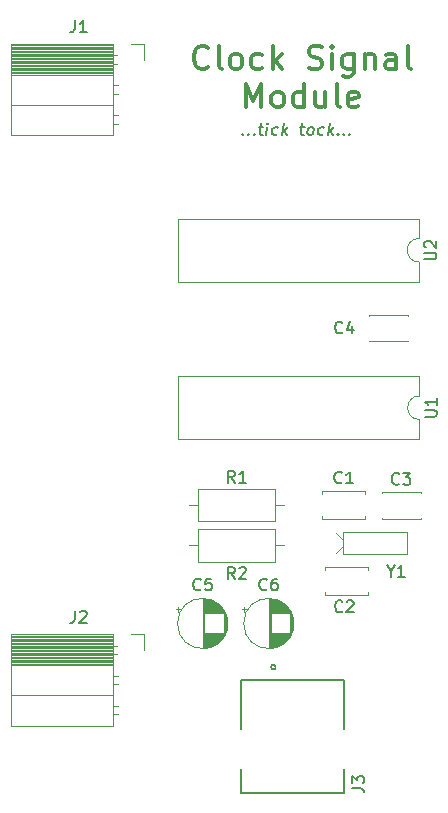
<source format=gto>
G04 #@! TF.GenerationSoftware,KiCad,Pcbnew,6.0.1-79c1e3a40b~116~ubuntu21.04.1*
G04 #@! TF.CreationDate,2022-02-15T17:09:17-05:00*
G04 #@! TF.ProjectId,signal_generator,7369676e-616c-45f6-9765-6e657261746f,rev?*
G04 #@! TF.SameCoordinates,Original*
G04 #@! TF.FileFunction,Legend,Top*
G04 #@! TF.FilePolarity,Positive*
%FSLAX46Y46*%
G04 Gerber Fmt 4.6, Leading zero omitted, Abs format (unit mm)*
G04 Created by KiCad (PCBNEW 6.0.1-79c1e3a40b~116~ubuntu21.04.1) date 2022-02-15 17:09:17*
%MOMM*%
%LPD*%
G01*
G04 APERTURE LIST*
%ADD10C,0.150000*%
%ADD11C,0.300000*%
%ADD12C,0.120000*%
%ADD13C,0.127000*%
%ADD14C,0.200000*%
%ADD15C,1.600000*%
%ADD16R,1.700000X1.700000*%
%ADD17O,1.700000X1.700000*%
%ADD18C,1.208000*%
%ADD19O,1.700000X2.900000*%
%ADD20O,1.700000X2.980000*%
%ADD21O,1.600000X1.600000*%
%ADD22R,1.600000X1.600000*%
%ADD23C,1.000000*%
%ADD24R,1.200000X1.200000*%
%ADD25C,1.200000*%
G04 APERTURE END LIST*
D10*
X97017232Y-78757142D02*
X97058898Y-78804761D01*
X97005327Y-78852380D01*
X96963660Y-78804761D01*
X97017232Y-78757142D01*
X97005327Y-78852380D01*
X97493422Y-78757142D02*
X97535089Y-78804761D01*
X97481517Y-78852380D01*
X97439851Y-78804761D01*
X97493422Y-78757142D01*
X97481517Y-78852380D01*
X97969613Y-78757142D02*
X98011279Y-78804761D01*
X97957708Y-78852380D01*
X97916041Y-78804761D01*
X97969613Y-78757142D01*
X97957708Y-78852380D01*
X98374375Y-78185714D02*
X98755327Y-78185714D01*
X98558898Y-77852380D02*
X98451755Y-78709523D01*
X98487470Y-78804761D01*
X98576755Y-78852380D01*
X98671994Y-78852380D01*
X99005327Y-78852380D02*
X99088660Y-78185714D01*
X99130327Y-77852380D02*
X99076755Y-77900000D01*
X99118422Y-77947619D01*
X99171994Y-77900000D01*
X99130327Y-77852380D01*
X99118422Y-77947619D01*
X99916041Y-78804761D02*
X99814851Y-78852380D01*
X99624375Y-78852380D01*
X99535089Y-78804761D01*
X99493422Y-78757142D01*
X99457708Y-78661904D01*
X99493422Y-78376190D01*
X99552946Y-78280952D01*
X99606517Y-78233333D01*
X99707708Y-78185714D01*
X99898184Y-78185714D01*
X99987470Y-78233333D01*
X100338660Y-78852380D02*
X100463660Y-77852380D01*
X100481517Y-78471428D02*
X100719613Y-78852380D01*
X100802946Y-78185714D02*
X100374375Y-78566666D01*
X101850565Y-78185714D02*
X102231517Y-78185714D01*
X102035089Y-77852380D02*
X101927946Y-78709523D01*
X101963660Y-78804761D01*
X102052946Y-78852380D01*
X102148184Y-78852380D01*
X102624375Y-78852380D02*
X102535089Y-78804761D01*
X102493422Y-78757142D01*
X102457708Y-78661904D01*
X102493422Y-78376190D01*
X102552946Y-78280952D01*
X102606517Y-78233333D01*
X102707708Y-78185714D01*
X102850565Y-78185714D01*
X102939851Y-78233333D01*
X102981517Y-78280952D01*
X103017232Y-78376190D01*
X102981517Y-78661904D01*
X102921994Y-78757142D01*
X102868422Y-78804761D01*
X102767232Y-78852380D01*
X102624375Y-78852380D01*
X103820803Y-78804761D02*
X103719613Y-78852380D01*
X103529136Y-78852380D01*
X103439851Y-78804761D01*
X103398184Y-78757142D01*
X103362470Y-78661904D01*
X103398184Y-78376190D01*
X103457708Y-78280952D01*
X103511279Y-78233333D01*
X103612470Y-78185714D01*
X103802946Y-78185714D01*
X103892232Y-78233333D01*
X104243422Y-78852380D02*
X104368422Y-77852380D01*
X104386279Y-78471428D02*
X104624375Y-78852380D01*
X104707708Y-78185714D02*
X104279136Y-78566666D01*
X105064851Y-78757142D02*
X105106517Y-78804761D01*
X105052946Y-78852380D01*
X105011279Y-78804761D01*
X105064851Y-78757142D01*
X105052946Y-78852380D01*
X105541041Y-78757142D02*
X105582708Y-78804761D01*
X105529136Y-78852380D01*
X105487470Y-78804761D01*
X105541041Y-78757142D01*
X105529136Y-78852380D01*
X106017232Y-78757142D02*
X106058898Y-78804761D01*
X106005327Y-78852380D01*
X105963660Y-78804761D01*
X106017232Y-78757142D01*
X106005327Y-78852380D01*
D11*
X94095238Y-73104285D02*
X94000000Y-73199523D01*
X93714285Y-73294761D01*
X93523809Y-73294761D01*
X93238095Y-73199523D01*
X93047619Y-73009047D01*
X92952380Y-72818571D01*
X92857142Y-72437619D01*
X92857142Y-72151904D01*
X92952380Y-71770952D01*
X93047619Y-71580476D01*
X93238095Y-71390000D01*
X93523809Y-71294761D01*
X93714285Y-71294761D01*
X94000000Y-71390000D01*
X94095238Y-71485238D01*
X95238095Y-73294761D02*
X95047619Y-73199523D01*
X94952380Y-73009047D01*
X94952380Y-71294761D01*
X96285714Y-73294761D02*
X96095238Y-73199523D01*
X96000000Y-73104285D01*
X95904761Y-72913809D01*
X95904761Y-72342380D01*
X96000000Y-72151904D01*
X96095238Y-72056666D01*
X96285714Y-71961428D01*
X96571428Y-71961428D01*
X96761904Y-72056666D01*
X96857142Y-72151904D01*
X96952380Y-72342380D01*
X96952380Y-72913809D01*
X96857142Y-73104285D01*
X96761904Y-73199523D01*
X96571428Y-73294761D01*
X96285714Y-73294761D01*
X98666666Y-73199523D02*
X98476190Y-73294761D01*
X98095238Y-73294761D01*
X97904761Y-73199523D01*
X97809523Y-73104285D01*
X97714285Y-72913809D01*
X97714285Y-72342380D01*
X97809523Y-72151904D01*
X97904761Y-72056666D01*
X98095238Y-71961428D01*
X98476190Y-71961428D01*
X98666666Y-72056666D01*
X99523809Y-73294761D02*
X99523809Y-71294761D01*
X99714285Y-72532857D02*
X100285714Y-73294761D01*
X100285714Y-71961428D02*
X99523809Y-72723333D01*
X102571428Y-73199523D02*
X102857142Y-73294761D01*
X103333333Y-73294761D01*
X103523809Y-73199523D01*
X103619047Y-73104285D01*
X103714285Y-72913809D01*
X103714285Y-72723333D01*
X103619047Y-72532857D01*
X103523809Y-72437619D01*
X103333333Y-72342380D01*
X102952380Y-72247142D01*
X102761904Y-72151904D01*
X102666666Y-72056666D01*
X102571428Y-71866190D01*
X102571428Y-71675714D01*
X102666666Y-71485238D01*
X102761904Y-71390000D01*
X102952380Y-71294761D01*
X103428571Y-71294761D01*
X103714285Y-71390000D01*
X104571428Y-73294761D02*
X104571428Y-71961428D01*
X104571428Y-71294761D02*
X104476190Y-71390000D01*
X104571428Y-71485238D01*
X104666666Y-71390000D01*
X104571428Y-71294761D01*
X104571428Y-71485238D01*
X106380952Y-71961428D02*
X106380952Y-73580476D01*
X106285714Y-73770952D01*
X106190476Y-73866190D01*
X106000000Y-73961428D01*
X105714285Y-73961428D01*
X105523809Y-73866190D01*
X106380952Y-73199523D02*
X106190476Y-73294761D01*
X105809523Y-73294761D01*
X105619047Y-73199523D01*
X105523809Y-73104285D01*
X105428571Y-72913809D01*
X105428571Y-72342380D01*
X105523809Y-72151904D01*
X105619047Y-72056666D01*
X105809523Y-71961428D01*
X106190476Y-71961428D01*
X106380952Y-72056666D01*
X107333333Y-71961428D02*
X107333333Y-73294761D01*
X107333333Y-72151904D02*
X107428571Y-72056666D01*
X107619047Y-71961428D01*
X107904761Y-71961428D01*
X108095238Y-72056666D01*
X108190476Y-72247142D01*
X108190476Y-73294761D01*
X110000000Y-73294761D02*
X110000000Y-72247142D01*
X109904761Y-72056666D01*
X109714285Y-71961428D01*
X109333333Y-71961428D01*
X109142857Y-72056666D01*
X110000000Y-73199523D02*
X109809523Y-73294761D01*
X109333333Y-73294761D01*
X109142857Y-73199523D01*
X109047619Y-73009047D01*
X109047619Y-72818571D01*
X109142857Y-72628095D01*
X109333333Y-72532857D01*
X109809523Y-72532857D01*
X110000000Y-72437619D01*
X111238095Y-73294761D02*
X111047619Y-73199523D01*
X110952380Y-73009047D01*
X110952380Y-71294761D01*
X97238095Y-76514761D02*
X97238095Y-74514761D01*
X97904761Y-75943333D01*
X98571428Y-74514761D01*
X98571428Y-76514761D01*
X99809523Y-76514761D02*
X99619047Y-76419523D01*
X99523809Y-76324285D01*
X99428571Y-76133809D01*
X99428571Y-75562380D01*
X99523809Y-75371904D01*
X99619047Y-75276666D01*
X99809523Y-75181428D01*
X100095238Y-75181428D01*
X100285714Y-75276666D01*
X100380952Y-75371904D01*
X100476190Y-75562380D01*
X100476190Y-76133809D01*
X100380952Y-76324285D01*
X100285714Y-76419523D01*
X100095238Y-76514761D01*
X99809523Y-76514761D01*
X102190476Y-76514761D02*
X102190476Y-74514761D01*
X102190476Y-76419523D02*
X102000000Y-76514761D01*
X101619047Y-76514761D01*
X101428571Y-76419523D01*
X101333333Y-76324285D01*
X101238095Y-76133809D01*
X101238095Y-75562380D01*
X101333333Y-75371904D01*
X101428571Y-75276666D01*
X101619047Y-75181428D01*
X102000000Y-75181428D01*
X102190476Y-75276666D01*
X104000000Y-75181428D02*
X104000000Y-76514761D01*
X103142857Y-75181428D02*
X103142857Y-76229047D01*
X103238095Y-76419523D01*
X103428571Y-76514761D01*
X103714285Y-76514761D01*
X103904761Y-76419523D01*
X104000000Y-76324285D01*
X105238095Y-76514761D02*
X105047619Y-76419523D01*
X104952380Y-76229047D01*
X104952380Y-74514761D01*
X106761904Y-76419523D02*
X106571428Y-76514761D01*
X106190476Y-76514761D01*
X106000000Y-76419523D01*
X105904761Y-76229047D01*
X105904761Y-75467142D01*
X106000000Y-75276666D01*
X106190476Y-75181428D01*
X106571428Y-75181428D01*
X106761904Y-75276666D01*
X106857142Y-75467142D01*
X106857142Y-75657619D01*
X105904761Y-75848095D01*
D10*
X105383333Y-108257142D02*
X105335714Y-108304761D01*
X105192857Y-108352380D01*
X105097619Y-108352380D01*
X104954761Y-108304761D01*
X104859523Y-108209523D01*
X104811904Y-108114285D01*
X104764285Y-107923809D01*
X104764285Y-107780952D01*
X104811904Y-107590476D01*
X104859523Y-107495238D01*
X104954761Y-107400000D01*
X105097619Y-107352380D01*
X105192857Y-107352380D01*
X105335714Y-107400000D01*
X105383333Y-107447619D01*
X106335714Y-108352380D02*
X105764285Y-108352380D01*
X106050000Y-108352380D02*
X106050000Y-107352380D01*
X105954761Y-107495238D01*
X105859523Y-107590476D01*
X105764285Y-107638095D01*
X105433333Y-119157142D02*
X105385714Y-119204761D01*
X105242857Y-119252380D01*
X105147619Y-119252380D01*
X105004761Y-119204761D01*
X104909523Y-119109523D01*
X104861904Y-119014285D01*
X104814285Y-118823809D01*
X104814285Y-118680952D01*
X104861904Y-118490476D01*
X104909523Y-118395238D01*
X105004761Y-118300000D01*
X105147619Y-118252380D01*
X105242857Y-118252380D01*
X105385714Y-118300000D01*
X105433333Y-118347619D01*
X105814285Y-118347619D02*
X105861904Y-118300000D01*
X105957142Y-118252380D01*
X106195238Y-118252380D01*
X106290476Y-118300000D01*
X106338095Y-118347619D01*
X106385714Y-118442857D01*
X106385714Y-118538095D01*
X106338095Y-118680952D01*
X105766666Y-119252380D01*
X106385714Y-119252380D01*
X110233333Y-108357142D02*
X110185714Y-108404761D01*
X110042857Y-108452380D01*
X109947619Y-108452380D01*
X109804761Y-108404761D01*
X109709523Y-108309523D01*
X109661904Y-108214285D01*
X109614285Y-108023809D01*
X109614285Y-107880952D01*
X109661904Y-107690476D01*
X109709523Y-107595238D01*
X109804761Y-107500000D01*
X109947619Y-107452380D01*
X110042857Y-107452380D01*
X110185714Y-107500000D01*
X110233333Y-107547619D01*
X110566666Y-107452380D02*
X111185714Y-107452380D01*
X110852380Y-107833333D01*
X110995238Y-107833333D01*
X111090476Y-107880952D01*
X111138095Y-107928571D01*
X111185714Y-108023809D01*
X111185714Y-108261904D01*
X111138095Y-108357142D01*
X111090476Y-108404761D01*
X110995238Y-108452380D01*
X110709523Y-108452380D01*
X110614285Y-108404761D01*
X110566666Y-108357142D01*
X105433333Y-95557142D02*
X105385714Y-95604761D01*
X105242857Y-95652380D01*
X105147619Y-95652380D01*
X105004761Y-95604761D01*
X104909523Y-95509523D01*
X104861904Y-95414285D01*
X104814285Y-95223809D01*
X104814285Y-95080952D01*
X104861904Y-94890476D01*
X104909523Y-94795238D01*
X105004761Y-94700000D01*
X105147619Y-94652380D01*
X105242857Y-94652380D01*
X105385714Y-94700000D01*
X105433333Y-94747619D01*
X106290476Y-94985714D02*
X106290476Y-95652380D01*
X106052380Y-94604761D02*
X105814285Y-95319047D01*
X106433333Y-95319047D01*
X82786666Y-69142380D02*
X82786666Y-69856666D01*
X82739047Y-69999523D01*
X82643809Y-70094761D01*
X82500952Y-70142380D01*
X82405714Y-70142380D01*
X83786666Y-70142380D02*
X83215238Y-70142380D01*
X83500952Y-70142380D02*
X83500952Y-69142380D01*
X83405714Y-69285238D01*
X83310476Y-69380476D01*
X83215238Y-69428095D01*
X82786666Y-119142380D02*
X82786666Y-119856666D01*
X82739047Y-119999523D01*
X82643809Y-120094761D01*
X82500952Y-120142380D01*
X82405714Y-120142380D01*
X83215238Y-119237619D02*
X83262857Y-119190000D01*
X83358095Y-119142380D01*
X83596190Y-119142380D01*
X83691428Y-119190000D01*
X83739047Y-119237619D01*
X83786666Y-119332857D01*
X83786666Y-119428095D01*
X83739047Y-119570952D01*
X83167619Y-120142380D01*
X83786666Y-120142380D01*
X106252380Y-134133333D02*
X106966666Y-134133333D01*
X107109523Y-134180952D01*
X107204761Y-134276190D01*
X107252380Y-134419047D01*
X107252380Y-134514285D01*
X106252380Y-133752380D02*
X106252380Y-133133333D01*
X106633333Y-133466666D01*
X106633333Y-133323809D01*
X106680952Y-133228571D01*
X106728571Y-133180952D01*
X106823809Y-133133333D01*
X107061904Y-133133333D01*
X107157142Y-133180952D01*
X107204761Y-133228571D01*
X107252380Y-133323809D01*
X107252380Y-133609523D01*
X107204761Y-133704761D01*
X107157142Y-133752380D01*
X96313333Y-108282380D02*
X95980000Y-107806190D01*
X95741904Y-108282380D02*
X95741904Y-107282380D01*
X96122857Y-107282380D01*
X96218095Y-107330000D01*
X96265714Y-107377619D01*
X96313333Y-107472857D01*
X96313333Y-107615714D01*
X96265714Y-107710952D01*
X96218095Y-107758571D01*
X96122857Y-107806190D01*
X95741904Y-107806190D01*
X97265714Y-108282380D02*
X96694285Y-108282380D01*
X96980000Y-108282380D02*
X96980000Y-107282380D01*
X96884761Y-107425238D01*
X96789523Y-107520476D01*
X96694285Y-107568095D01*
X96313333Y-116422380D02*
X95980000Y-115946190D01*
X95741904Y-116422380D02*
X95741904Y-115422380D01*
X96122857Y-115422380D01*
X96218095Y-115470000D01*
X96265714Y-115517619D01*
X96313333Y-115612857D01*
X96313333Y-115755714D01*
X96265714Y-115850952D01*
X96218095Y-115898571D01*
X96122857Y-115946190D01*
X95741904Y-115946190D01*
X96694285Y-115517619D02*
X96741904Y-115470000D01*
X96837142Y-115422380D01*
X97075238Y-115422380D01*
X97170476Y-115470000D01*
X97218095Y-115517619D01*
X97265714Y-115612857D01*
X97265714Y-115708095D01*
X97218095Y-115850952D01*
X96646666Y-116422380D01*
X97265714Y-116422380D01*
X112412380Y-102701904D02*
X113221904Y-102701904D01*
X113317142Y-102654285D01*
X113364761Y-102606666D01*
X113412380Y-102511428D01*
X113412380Y-102320952D01*
X113364761Y-102225714D01*
X113317142Y-102178095D01*
X113221904Y-102130476D01*
X112412380Y-102130476D01*
X113412380Y-101130476D02*
X113412380Y-101701904D01*
X113412380Y-101416190D02*
X112412380Y-101416190D01*
X112555238Y-101511428D01*
X112650476Y-101606666D01*
X112698095Y-101701904D01*
X112382380Y-89371904D02*
X113191904Y-89371904D01*
X113287142Y-89324285D01*
X113334761Y-89276666D01*
X113382380Y-89181428D01*
X113382380Y-88990952D01*
X113334761Y-88895714D01*
X113287142Y-88848095D01*
X113191904Y-88800476D01*
X112382380Y-88800476D01*
X112477619Y-88371904D02*
X112430000Y-88324285D01*
X112382380Y-88229047D01*
X112382380Y-87990952D01*
X112430000Y-87895714D01*
X112477619Y-87848095D01*
X112572857Y-87800476D01*
X112668095Y-87800476D01*
X112810952Y-87848095D01*
X113382380Y-88419523D01*
X113382380Y-87800476D01*
X109523809Y-115776190D02*
X109523809Y-116252380D01*
X109190476Y-115252380D02*
X109523809Y-115776190D01*
X109857142Y-115252380D01*
X110714285Y-116252380D02*
X110142857Y-116252380D01*
X110428571Y-116252380D02*
X110428571Y-115252380D01*
X110333333Y-115395238D01*
X110238095Y-115490476D01*
X110142857Y-115538095D01*
X93433333Y-117307142D02*
X93385714Y-117354761D01*
X93242857Y-117402380D01*
X93147619Y-117402380D01*
X93004761Y-117354761D01*
X92909523Y-117259523D01*
X92861904Y-117164285D01*
X92814285Y-116973809D01*
X92814285Y-116830952D01*
X92861904Y-116640476D01*
X92909523Y-116545238D01*
X93004761Y-116450000D01*
X93147619Y-116402380D01*
X93242857Y-116402380D01*
X93385714Y-116450000D01*
X93433333Y-116497619D01*
X94338095Y-116402380D02*
X93861904Y-116402380D01*
X93814285Y-116878571D01*
X93861904Y-116830952D01*
X93957142Y-116783333D01*
X94195238Y-116783333D01*
X94290476Y-116830952D01*
X94338095Y-116878571D01*
X94385714Y-116973809D01*
X94385714Y-117211904D01*
X94338095Y-117307142D01*
X94290476Y-117354761D01*
X94195238Y-117402380D01*
X93957142Y-117402380D01*
X93861904Y-117354761D01*
X93814285Y-117307142D01*
X99033333Y-117307142D02*
X98985714Y-117354761D01*
X98842857Y-117402380D01*
X98747619Y-117402380D01*
X98604761Y-117354761D01*
X98509523Y-117259523D01*
X98461904Y-117164285D01*
X98414285Y-116973809D01*
X98414285Y-116830952D01*
X98461904Y-116640476D01*
X98509523Y-116545238D01*
X98604761Y-116450000D01*
X98747619Y-116402380D01*
X98842857Y-116402380D01*
X98985714Y-116450000D01*
X99033333Y-116497619D01*
X99890476Y-116402380D02*
X99700000Y-116402380D01*
X99604761Y-116450000D01*
X99557142Y-116497619D01*
X99461904Y-116640476D01*
X99414285Y-116830952D01*
X99414285Y-117211904D01*
X99461904Y-117307142D01*
X99509523Y-117354761D01*
X99604761Y-117402380D01*
X99795238Y-117402380D01*
X99890476Y-117354761D01*
X99938095Y-117307142D01*
X99985714Y-117211904D01*
X99985714Y-116973809D01*
X99938095Y-116878571D01*
X99890476Y-116830952D01*
X99795238Y-116783333D01*
X99604761Y-116783333D01*
X99509523Y-116830952D01*
X99461904Y-116878571D01*
X99414285Y-116973809D01*
D12*
X107370000Y-109030000D02*
X107370000Y-109275000D01*
X103730000Y-111370000D02*
X107370000Y-111370000D01*
X103730000Y-109030000D02*
X103730000Y-109275000D01*
X107370000Y-111125000D02*
X107370000Y-111370000D01*
X103730000Y-111125000D02*
X103730000Y-111370000D01*
X103730000Y-109030000D02*
X107370000Y-109030000D01*
X107570000Y-115430000D02*
X107570000Y-115675000D01*
X103930000Y-115430000D02*
X107570000Y-115430000D01*
X103930000Y-117525000D02*
X103930000Y-117770000D01*
X107570000Y-117525000D02*
X107570000Y-117770000D01*
X103930000Y-117770000D02*
X107570000Y-117770000D01*
X103930000Y-115430000D02*
X103930000Y-115675000D01*
X108830000Y-109145000D02*
X108830000Y-109080000D01*
X108830000Y-111320000D02*
X108830000Y-111255000D01*
X112070000Y-109145000D02*
X112070000Y-109080000D01*
X112070000Y-111320000D02*
X112070000Y-111255000D01*
X112070000Y-111320000D02*
X108830000Y-111320000D01*
X112070000Y-109080000D02*
X108830000Y-109080000D01*
X110970000Y-96255000D02*
X110970000Y-96320000D01*
X107730000Y-96320000D02*
X110970000Y-96320000D01*
X107730000Y-94080000D02*
X107730000Y-94145000D01*
X110970000Y-94080000D02*
X110970000Y-94145000D01*
X107730000Y-94080000D02*
X110970000Y-94080000D01*
X107730000Y-96255000D02*
X107730000Y-96320000D01*
X77410000Y-71722380D02*
X86040000Y-71722380D01*
X86040000Y-77180000D02*
X86450000Y-77180000D01*
X77410000Y-73493805D02*
X86040000Y-73493805D01*
X86040000Y-72820000D02*
X86390000Y-72820000D01*
X86040000Y-72100000D02*
X86390000Y-72100000D01*
X77410000Y-71958570D02*
X86040000Y-71958570D01*
X77410000Y-72667140D02*
X86040000Y-72667140D01*
X86040000Y-71130000D02*
X86040000Y-78870000D01*
X77410000Y-72785235D02*
X86040000Y-72785235D01*
X77410000Y-72430950D02*
X86040000Y-72430950D01*
X77410000Y-73257615D02*
X86040000Y-73257615D01*
X86040000Y-77900000D02*
X86450000Y-77900000D01*
X87500000Y-71130000D02*
X88610000Y-71130000D01*
X77410000Y-71604285D02*
X86040000Y-71604285D01*
X77410000Y-71840475D02*
X86040000Y-71840475D01*
X77410000Y-78870000D02*
X86040000Y-78870000D01*
X86040000Y-75360000D02*
X86450000Y-75360000D01*
X77410000Y-73611900D02*
X86040000Y-73611900D01*
X77410000Y-73375710D02*
X86040000Y-73375710D01*
X77410000Y-71130000D02*
X77410000Y-78870000D01*
X77410000Y-76270000D02*
X86040000Y-76270000D01*
X77410000Y-72076665D02*
X86040000Y-72076665D01*
X77410000Y-71368095D02*
X86040000Y-71368095D01*
X77410000Y-71130000D02*
X86040000Y-71130000D01*
X77410000Y-71250000D02*
X86040000Y-71250000D01*
X77410000Y-73021425D02*
X86040000Y-73021425D01*
X77410000Y-73730000D02*
X86040000Y-73730000D01*
X77410000Y-71486190D02*
X86040000Y-71486190D01*
X77410000Y-72549045D02*
X86040000Y-72549045D01*
X77410000Y-72312855D02*
X86040000Y-72312855D01*
X77410000Y-73139520D02*
X86040000Y-73139520D01*
X77410000Y-72903330D02*
X86040000Y-72903330D01*
X86040000Y-74640000D02*
X86450000Y-74640000D01*
X77410000Y-72194760D02*
X86040000Y-72194760D01*
X88610000Y-71130000D02*
X88610000Y-72460000D01*
X77410000Y-126270000D02*
X86040000Y-126270000D01*
X77410000Y-122785235D02*
X86040000Y-122785235D01*
X77410000Y-122430950D02*
X86040000Y-122430950D01*
X77410000Y-122194760D02*
X86040000Y-122194760D01*
X77410000Y-121958570D02*
X86040000Y-121958570D01*
X87500000Y-121130000D02*
X88610000Y-121130000D01*
X86040000Y-127900000D02*
X86450000Y-127900000D01*
X77410000Y-122667140D02*
X86040000Y-122667140D01*
X77410000Y-121486190D02*
X86040000Y-121486190D01*
X77410000Y-123493805D02*
X86040000Y-123493805D01*
X77410000Y-123139520D02*
X86040000Y-123139520D01*
X77410000Y-122549045D02*
X86040000Y-122549045D01*
X77410000Y-123375710D02*
X86040000Y-123375710D01*
X77410000Y-128870000D02*
X86040000Y-128870000D01*
X86040000Y-122820000D02*
X86390000Y-122820000D01*
X77410000Y-123611900D02*
X86040000Y-123611900D01*
X77410000Y-122312855D02*
X86040000Y-122312855D01*
X77410000Y-121130000D02*
X77410000Y-128870000D01*
X86040000Y-122100000D02*
X86390000Y-122100000D01*
X77410000Y-121250000D02*
X86040000Y-121250000D01*
X77410000Y-122903330D02*
X86040000Y-122903330D01*
X77410000Y-123021425D02*
X86040000Y-123021425D01*
X77410000Y-123257615D02*
X86040000Y-123257615D01*
X77410000Y-123730000D02*
X86040000Y-123730000D01*
X77410000Y-121840475D02*
X86040000Y-121840475D01*
X77410000Y-121368095D02*
X86040000Y-121368095D01*
X86040000Y-125360000D02*
X86450000Y-125360000D01*
X77410000Y-122076665D02*
X86040000Y-122076665D01*
X86040000Y-127180000D02*
X86450000Y-127180000D01*
X88610000Y-121130000D02*
X88610000Y-122460000D01*
X77410000Y-121130000D02*
X86040000Y-121130000D01*
X86040000Y-124640000D02*
X86450000Y-124640000D01*
X77410000Y-121604285D02*
X86040000Y-121604285D01*
X86040000Y-121130000D02*
X86040000Y-128870000D01*
X77410000Y-121722380D02*
X86040000Y-121722380D01*
D13*
X105550000Y-132500000D02*
X105550000Y-134550000D01*
X96850000Y-124950000D02*
X105550000Y-124950000D01*
X96850000Y-129100000D02*
X96850000Y-124950000D01*
X105550000Y-124950000D02*
X105550000Y-129100000D01*
X96850000Y-134550000D02*
X96850000Y-132500000D01*
X105550000Y-134550000D02*
X96850000Y-134550000D01*
D14*
X99785000Y-123900000D02*
G75*
G03*
X99785000Y-123900000I-200000J0D01*
G01*
D12*
X92440000Y-110200000D02*
X93210000Y-110200000D01*
X100520000Y-110200000D02*
X99750000Y-110200000D01*
X93210000Y-108830000D02*
X93210000Y-111570000D01*
X93210000Y-111570000D02*
X99750000Y-111570000D01*
X99750000Y-111570000D02*
X99750000Y-108830000D01*
X99750000Y-108830000D02*
X93210000Y-108830000D01*
X100520000Y-113600000D02*
X99750000Y-113600000D01*
X92440000Y-113600000D02*
X93210000Y-113600000D01*
X93210000Y-112230000D02*
X93210000Y-114970000D01*
X93210000Y-114970000D02*
X99750000Y-114970000D01*
X99750000Y-112230000D02*
X93210000Y-112230000D01*
X99750000Y-114970000D02*
X99750000Y-112230000D01*
X91520000Y-104590000D02*
X111960000Y-104590000D01*
X91520000Y-99290000D02*
X91520000Y-104590000D01*
X111960000Y-104590000D02*
X111960000Y-102940000D01*
X111960000Y-99290000D02*
X91520000Y-99290000D01*
X111960000Y-100940000D02*
X111960000Y-99290000D01*
X111960000Y-100940000D02*
G75*
G03*
X111960000Y-102940000I0J-1000000D01*
G01*
X111930000Y-85960000D02*
X91490000Y-85960000D01*
X111930000Y-91260000D02*
X111930000Y-89610000D01*
X91490000Y-91260000D02*
X111930000Y-91260000D01*
X91490000Y-85960000D02*
X91490000Y-91260000D01*
X111930000Y-87610000D02*
X111930000Y-85960000D01*
X111930000Y-87610000D02*
G75*
G03*
X111930000Y-89610000I0J-1000000D01*
G01*
X105500000Y-114350000D02*
X110900000Y-114350000D01*
X105500000Y-113150000D02*
X104900000Y-112550000D01*
X105500000Y-112450000D02*
X105500000Y-114350000D01*
X110900000Y-114350000D02*
X110900000Y-112450000D01*
X110900000Y-112450000D02*
X105500000Y-112450000D01*
X104900000Y-112550000D02*
X104900000Y-112550000D01*
X104900000Y-114250000D02*
X104900000Y-114250000D01*
X105500000Y-113650000D02*
X104900000Y-114250000D01*
X93960000Y-121040000D02*
X93960000Y-122250000D01*
X94641000Y-118392000D02*
X94641000Y-119360000D01*
X94721000Y-118440000D02*
X94721000Y-119360000D01*
X94881000Y-121040000D02*
X94881000Y-121850000D01*
X95481000Y-119260000D02*
X95481000Y-121140000D01*
X91330199Y-119005000D02*
X91730199Y-119005000D01*
X95281000Y-121040000D02*
X95281000Y-121454000D01*
X94601000Y-118370000D02*
X94601000Y-119360000D01*
X94200000Y-118206000D02*
X94200000Y-119360000D01*
X93880000Y-121040000D02*
X93880000Y-122262000D01*
X95401000Y-119120000D02*
X95401000Y-119360000D01*
X94000000Y-121040000D02*
X94000000Y-122242000D01*
X93840000Y-121040000D02*
X93840000Y-122267000D01*
X94160000Y-121040000D02*
X94160000Y-122205000D01*
X93920000Y-118144000D02*
X93920000Y-119360000D01*
X94561000Y-118349000D02*
X94561000Y-119360000D01*
X94321000Y-121040000D02*
X94321000Y-122154000D01*
X94801000Y-118492000D02*
X94801000Y-119360000D01*
X95641000Y-119663000D02*
X95641000Y-120737000D01*
X94801000Y-121040000D02*
X94801000Y-121908000D01*
X95401000Y-121040000D02*
X95401000Y-121280000D01*
X94561000Y-121040000D02*
X94561000Y-122051000D01*
X94841000Y-121040000D02*
X94841000Y-121880000D01*
X94401000Y-121040000D02*
X94401000Y-122124000D01*
X95081000Y-118722000D02*
X95081000Y-119360000D01*
X94681000Y-118415000D02*
X94681000Y-119360000D01*
X95201000Y-118849000D02*
X95201000Y-119360000D01*
X94321000Y-118246000D02*
X94321000Y-119360000D01*
X95321000Y-119000000D02*
X95321000Y-119360000D01*
X94841000Y-118520000D02*
X94841000Y-119360000D01*
X94601000Y-121040000D02*
X94601000Y-122030000D01*
X94681000Y-121040000D02*
X94681000Y-121985000D01*
X94280000Y-118232000D02*
X94280000Y-119360000D01*
X93800000Y-118129000D02*
X93800000Y-119360000D01*
X94240000Y-118218000D02*
X94240000Y-119360000D01*
X94921000Y-118581000D02*
X94921000Y-119360000D01*
X95281000Y-118946000D02*
X95281000Y-119360000D01*
X94160000Y-118195000D02*
X94160000Y-119360000D01*
X95241000Y-118896000D02*
X95241000Y-119360000D01*
X94641000Y-121040000D02*
X94641000Y-122008000D01*
X95321000Y-121040000D02*
X95321000Y-121400000D01*
X94521000Y-118330000D02*
X94521000Y-119360000D01*
X95681000Y-119830000D02*
X95681000Y-120570000D01*
X94481000Y-121040000D02*
X94481000Y-122089000D01*
X95161000Y-118804000D02*
X95161000Y-119360000D01*
X94761000Y-121040000D02*
X94761000Y-121935000D01*
X95561000Y-119432000D02*
X95561000Y-120968000D01*
X94280000Y-121040000D02*
X94280000Y-122168000D01*
X93960000Y-118150000D02*
X93960000Y-119360000D01*
X95001000Y-118648000D02*
X95001000Y-119360000D01*
X94961000Y-118613000D02*
X94961000Y-119360000D01*
X94120000Y-118184000D02*
X94120000Y-119360000D01*
X93600000Y-118120000D02*
X93600000Y-122280000D01*
X94361000Y-121040000D02*
X94361000Y-122140000D01*
X94200000Y-121040000D02*
X94200000Y-122194000D01*
X93640000Y-118120000D02*
X93640000Y-122280000D01*
X93720000Y-118123000D02*
X93720000Y-122277000D01*
X95201000Y-121040000D02*
X95201000Y-121551000D01*
X95081000Y-121040000D02*
X95081000Y-121678000D01*
X94961000Y-121040000D02*
X94961000Y-121787000D01*
X95601000Y-119536000D02*
X95601000Y-120864000D01*
X94080000Y-118175000D02*
X94080000Y-119360000D01*
X95241000Y-121040000D02*
X95241000Y-121504000D01*
X94361000Y-118260000D02*
X94361000Y-119360000D01*
X94481000Y-118311000D02*
X94481000Y-119360000D01*
X94441000Y-121040000D02*
X94441000Y-122107000D01*
X95361000Y-121040000D02*
X95361000Y-121342000D01*
X95121000Y-121040000D02*
X95121000Y-121638000D01*
X94401000Y-118276000D02*
X94401000Y-119360000D01*
X95361000Y-119058000D02*
X95361000Y-119360000D01*
X91530199Y-118805000D02*
X91530199Y-119205000D01*
X95121000Y-118762000D02*
X95121000Y-119360000D01*
X93760000Y-118126000D02*
X93760000Y-122274000D01*
X95041000Y-121040000D02*
X95041000Y-121716000D01*
X94881000Y-118550000D02*
X94881000Y-119360000D01*
X95041000Y-118684000D02*
X95041000Y-119360000D01*
X94040000Y-118166000D02*
X94040000Y-119360000D01*
X95001000Y-121040000D02*
X95001000Y-121752000D01*
X94240000Y-121040000D02*
X94240000Y-122182000D01*
X94120000Y-121040000D02*
X94120000Y-122216000D01*
X94921000Y-121040000D02*
X94921000Y-121819000D01*
X94721000Y-121040000D02*
X94721000Y-121960000D01*
X94521000Y-121040000D02*
X94521000Y-122070000D01*
X93840000Y-118133000D02*
X93840000Y-119360000D01*
X93920000Y-121040000D02*
X93920000Y-122256000D01*
X94000000Y-118158000D02*
X94000000Y-119360000D01*
X94040000Y-121040000D02*
X94040000Y-122234000D01*
X94080000Y-121040000D02*
X94080000Y-122225000D01*
X94761000Y-118465000D02*
X94761000Y-119360000D01*
X93680000Y-118121000D02*
X93680000Y-122279000D01*
X95521000Y-119341000D02*
X95521000Y-121059000D01*
X95441000Y-119187000D02*
X95441000Y-121213000D01*
X95161000Y-121040000D02*
X95161000Y-121596000D01*
X93880000Y-118138000D02*
X93880000Y-119360000D01*
X94441000Y-118293000D02*
X94441000Y-119360000D01*
X93800000Y-121040000D02*
X93800000Y-122271000D01*
X95720000Y-120200000D02*
G75*
G03*
X95720000Y-120200000I-2120000J0D01*
G01*
X99520000Y-121040000D02*
X99520000Y-122256000D01*
X101281000Y-119830000D02*
X101281000Y-120570000D01*
X99680000Y-118175000D02*
X99680000Y-119360000D01*
X100441000Y-121040000D02*
X100441000Y-121880000D01*
X100201000Y-121040000D02*
X100201000Y-122030000D01*
X99760000Y-121040000D02*
X99760000Y-122205000D01*
X100081000Y-121040000D02*
X100081000Y-122089000D01*
X99840000Y-121040000D02*
X99840000Y-122182000D01*
X100121000Y-121040000D02*
X100121000Y-122070000D01*
X100881000Y-121040000D02*
X100881000Y-121454000D01*
X99440000Y-118133000D02*
X99440000Y-119360000D01*
X100401000Y-118492000D02*
X100401000Y-119360000D01*
X100521000Y-118581000D02*
X100521000Y-119360000D01*
X100961000Y-121040000D02*
X100961000Y-121342000D01*
X101121000Y-119341000D02*
X101121000Y-121059000D01*
X100281000Y-121040000D02*
X100281000Y-121985000D01*
X101161000Y-119432000D02*
X101161000Y-120968000D01*
X99400000Y-118129000D02*
X99400000Y-119360000D01*
X100161000Y-118349000D02*
X100161000Y-119360000D01*
X99440000Y-121040000D02*
X99440000Y-122267000D01*
X100841000Y-121040000D02*
X100841000Y-121504000D01*
X100121000Y-118330000D02*
X100121000Y-119360000D01*
X100041000Y-118293000D02*
X100041000Y-119360000D01*
X100841000Y-118896000D02*
X100841000Y-119360000D01*
X99560000Y-118150000D02*
X99560000Y-119360000D01*
X100761000Y-118804000D02*
X100761000Y-119360000D01*
X100961000Y-119058000D02*
X100961000Y-119360000D01*
X100001000Y-121040000D02*
X100001000Y-122124000D01*
X99961000Y-121040000D02*
X99961000Y-122140000D01*
X99400000Y-121040000D02*
X99400000Y-122271000D01*
X100161000Y-121040000D02*
X100161000Y-122051000D01*
X100201000Y-118370000D02*
X100201000Y-119360000D01*
X99800000Y-121040000D02*
X99800000Y-122194000D01*
X99240000Y-118120000D02*
X99240000Y-122280000D01*
X99480000Y-118138000D02*
X99480000Y-119360000D01*
X99800000Y-118206000D02*
X99800000Y-119360000D01*
X100281000Y-118415000D02*
X100281000Y-119360000D01*
X99640000Y-121040000D02*
X99640000Y-122234000D01*
X99280000Y-118121000D02*
X99280000Y-122279000D01*
X100321000Y-121040000D02*
X100321000Y-121960000D01*
X99320000Y-118123000D02*
X99320000Y-122277000D01*
X101201000Y-119536000D02*
X101201000Y-120864000D01*
X99600000Y-118158000D02*
X99600000Y-119360000D01*
X100881000Y-118946000D02*
X100881000Y-119360000D01*
X100481000Y-118550000D02*
X100481000Y-119360000D01*
X99600000Y-121040000D02*
X99600000Y-122242000D01*
X99200000Y-118120000D02*
X99200000Y-122280000D01*
X100681000Y-118722000D02*
X100681000Y-119360000D01*
X99880000Y-121040000D02*
X99880000Y-122168000D01*
X100641000Y-118684000D02*
X100641000Y-119360000D01*
X99720000Y-118184000D02*
X99720000Y-119360000D01*
X100441000Y-118520000D02*
X100441000Y-119360000D01*
X99480000Y-121040000D02*
X99480000Y-122262000D01*
X100601000Y-118648000D02*
X100601000Y-119360000D01*
X100721000Y-118762000D02*
X100721000Y-119360000D01*
X99560000Y-121040000D02*
X99560000Y-122250000D01*
X99921000Y-118246000D02*
X99921000Y-119360000D01*
X100601000Y-121040000D02*
X100601000Y-121752000D01*
X100801000Y-121040000D02*
X100801000Y-121551000D01*
X99720000Y-121040000D02*
X99720000Y-122216000D01*
X101241000Y-119663000D02*
X101241000Y-120737000D01*
X100521000Y-121040000D02*
X100521000Y-121819000D01*
X99921000Y-121040000D02*
X99921000Y-122154000D01*
X99961000Y-118260000D02*
X99961000Y-119360000D01*
X100681000Y-121040000D02*
X100681000Y-121678000D01*
X99760000Y-118195000D02*
X99760000Y-119360000D01*
X99360000Y-118126000D02*
X99360000Y-122274000D01*
X101001000Y-119120000D02*
X101001000Y-119360000D01*
X100561000Y-118613000D02*
X100561000Y-119360000D01*
X100321000Y-118440000D02*
X100321000Y-119360000D01*
X100241000Y-118392000D02*
X100241000Y-119360000D01*
X100361000Y-118465000D02*
X100361000Y-119360000D01*
X100001000Y-118276000D02*
X100001000Y-119360000D01*
X100801000Y-118849000D02*
X100801000Y-119360000D01*
X100641000Y-121040000D02*
X100641000Y-121716000D01*
X101041000Y-119187000D02*
X101041000Y-121213000D01*
X100921000Y-121040000D02*
X100921000Y-121400000D01*
X101001000Y-121040000D02*
X101001000Y-121280000D01*
X96930199Y-119005000D02*
X97330199Y-119005000D01*
X99880000Y-118232000D02*
X99880000Y-119360000D01*
X100921000Y-119000000D02*
X100921000Y-119360000D01*
X100081000Y-118311000D02*
X100081000Y-119360000D01*
X97130199Y-118805000D02*
X97130199Y-119205000D01*
X100481000Y-121040000D02*
X100481000Y-121850000D01*
X99680000Y-121040000D02*
X99680000Y-122225000D01*
X100041000Y-121040000D02*
X100041000Y-122107000D01*
X99840000Y-118218000D02*
X99840000Y-119360000D01*
X99520000Y-118144000D02*
X99520000Y-119360000D01*
X100401000Y-121040000D02*
X100401000Y-121908000D01*
X100561000Y-121040000D02*
X100561000Y-121787000D01*
X99640000Y-118166000D02*
X99640000Y-119360000D01*
X100241000Y-121040000D02*
X100241000Y-122008000D01*
X100361000Y-121040000D02*
X100361000Y-121935000D01*
X100721000Y-121040000D02*
X100721000Y-121638000D01*
X100761000Y-121040000D02*
X100761000Y-121596000D01*
X101081000Y-119260000D02*
X101081000Y-121140000D01*
X101320000Y-120200000D02*
G75*
G03*
X101320000Y-120200000I-2120000J0D01*
G01*
%LPC*%
D15*
X104300000Y-110200000D03*
X106800000Y-110200000D03*
X104500000Y-116600000D03*
X107000000Y-116600000D03*
X111700000Y-110200000D03*
X109200000Y-110200000D03*
X108100000Y-95200000D03*
X110600000Y-95200000D03*
D16*
X87500000Y-72460000D03*
D17*
X87500000Y-75000000D03*
X87500000Y-77540000D03*
D16*
X87500000Y-122460000D03*
D17*
X87500000Y-125000000D03*
X87500000Y-127540000D03*
D18*
X99600000Y-125750000D03*
X100400000Y-126950000D03*
X101200000Y-125750000D03*
X102000000Y-126950000D03*
X102800000Y-125750000D03*
D19*
X104850000Y-130800000D03*
D20*
X97550000Y-130800000D03*
D15*
X91400000Y-110200000D03*
D21*
X101560000Y-110200000D03*
D15*
X101560000Y-113600000D03*
D21*
X91400000Y-113600000D03*
D22*
X110630000Y-98130000D03*
D21*
X108090000Y-98130000D03*
X105550000Y-98130000D03*
X103010000Y-98130000D03*
X100470000Y-98130000D03*
X97930000Y-98130000D03*
X95390000Y-98130000D03*
X92850000Y-98130000D03*
X92850000Y-105750000D03*
X95390000Y-105750000D03*
X97930000Y-105750000D03*
X100470000Y-105750000D03*
X103010000Y-105750000D03*
X105550000Y-105750000D03*
X108090000Y-105750000D03*
X110630000Y-105750000D03*
D22*
X110600000Y-84800000D03*
D21*
X108060000Y-84800000D03*
X105520000Y-84800000D03*
X102980000Y-84800000D03*
X100440000Y-84800000D03*
X97900000Y-84800000D03*
X95360000Y-84800000D03*
X92820000Y-84800000D03*
X92820000Y-92420000D03*
X95360000Y-92420000D03*
X97900000Y-92420000D03*
X100440000Y-92420000D03*
X102980000Y-92420000D03*
X105520000Y-92420000D03*
X108060000Y-92420000D03*
X110600000Y-92420000D03*
D23*
X104200000Y-114250000D03*
X104200000Y-112550000D03*
D24*
X92600000Y-120200000D03*
D25*
X94600000Y-120200000D03*
D24*
X98200000Y-120200000D03*
D25*
X100200000Y-120200000D03*
M02*

</source>
